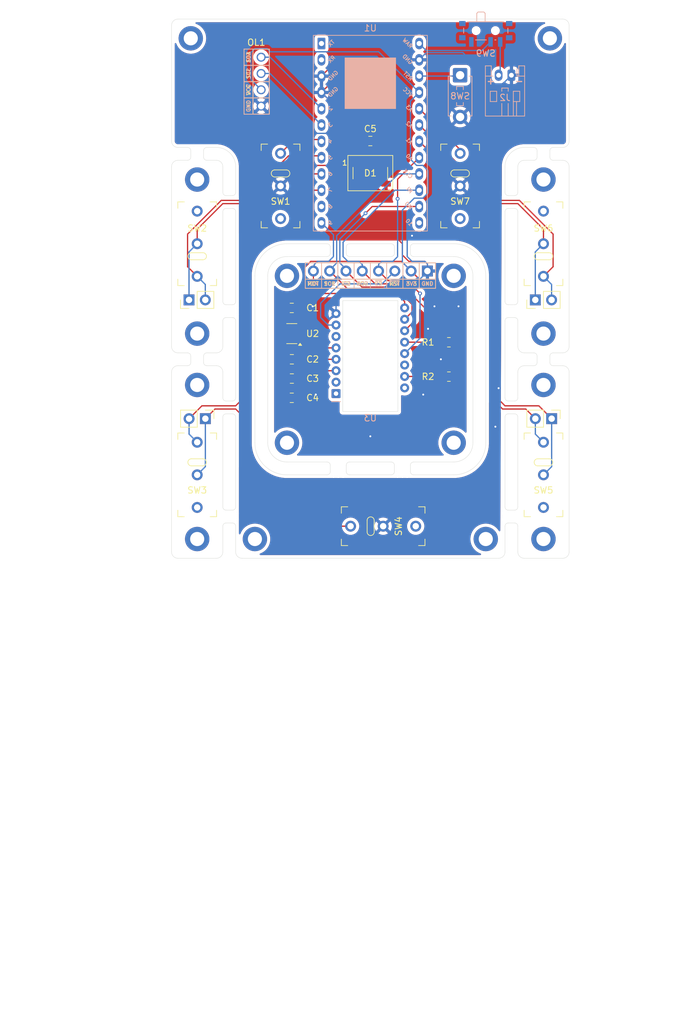
<source format=kicad_pcb>
(kicad_pcb (version 20240108) (generator "pcbnew") (generator_version "8.0")
  (title_block (title "PWM3360 Trackball Kit") (date "2024-12-09") (rev "1") (company "UserCTL.xyz"))
  (layers (0 "F.Cu" signal) (31 "B.Cu" signal) (34 "B.Paste" user) (35 "F.Paste" user) (36 "B.SilkS" user "B.Silkscreen") (37 "F.SilkS" user "F.Silkscreen") (38 "B.Mask" user) (39 "F.Mask" user) (44 "Edge.Cuts" user))
  (net 0 "")
  (net 1 "/BTN7")
  (net 3 "/SCL")
  (net 4 "/SDA")
  (net 5 "/BTN1")
  (net 7 "/BTN2")
  (net 8 "/BTN3")
  (net 9 "/BTN4")
  (net 10 "/BTN5")
  (net 11 "/BTN6")
  (net 12 "GND")
  (net 13 "+3.3V")
  (net 14 "+1V8")
  (net 15 "/NRESET")
  (net 16 "+5V")
  (net 17 "/MISO")
  (net 18 "/MOTION")
  (net 19 "/SCLK")
  (net 20 "/MOSI")
  (net 21 "/NCS")
  (net 22 "/LED")
  (net 23 "Net-(U3-VDDPIX)")
  (net 40 "Net-(J2-Pin_2)")
  (net 41 "Net-(U3-LED_P)")
  (net 42 "/RST")
  (net 43 "/RAW")
  (footprint "MountingHole:MoutingHole_0.5mm_NPTH" (layer "F.Cu") (at 43.5 92 180)
    (property "Reference" "REF**" (hide yes))
    (property "Value" "MoutingHole_0.5mm_NPTH" (hide yes))
  )
  (footprint "MountingHole:MoutingHole_0.5mm_NPTH" (layer "F.Cu") (at 66 111)
    (property "Reference" "REF**" (hide yes))
    (property "Value" "MoutingHole_0.5mm_NPTH" (hide yes))
  )
  (footprint "MountingHole:MoutingHole_0.5mm_NPTH" (layer "F.Cu") (at 97.5 92 180)
    (property "Reference" "REF**" (hide yes))
    (property "Value" "MoutingHole_0.5mm_NPTH" (hide yes))
  )
  (footprint "MountingHole:MoutingHole_0.5mm_NPTH" (layer "F.Cu") (at 94 86 90)
    (property "Reference" "REF**" (hide yes))
    (property "Value" "MoutingHole_0.5mm_NPTH" (hide yes))
  )
  (footprint "MountingHole:MoutingHole_0.5mm_NPTH" (layer "F.Cu") (at 43.5 94 180)
    (property "Reference" "REF**" (hide yes))
    (property "Value" "MoutingHole_0.5mm_NPTH" (hide yes))
  )
  (footprint "MountingHole:MoutingHole_0.5mm_NPTH" (layer "F.Cu") (at 65.25 109)
    (property "Reference" "REF**" (hide yes))
    (property "Value" "MoutingHole_0.5mm_NPTH" (hide yes))
  )
  (footprint "MountingHole:MoutingHole_0.5mm_NPTH" (layer "F.Cu") (at 94 118 90)
    (property "Reference" "REF**" (hide yes))
    (property "Value" "MoutingHole_0.5mm_NPTH" (hide yes))
  )
  (footprint "MountingHole:MountingHole_2.2mm_M2_ISO14580_Pad" (layer "F.Cu") (at 44 89)
    (property "Reference" "H6" (hide yes))
    (property "Value" "MountingHole_Pad")
  )
  (footprint "MountingHole:MountingHole_2.2mm_M2_ISO14580_Pad" (layer "F.Cu") (at 53 121)
    (property "Reference" "H3" (hide yes))
    (property "Value" "MountingHole_Pad")
  )
  (footprint "Capacitor_SMD:C_0805_2012Metric_Pad1.18x1.45mm_HandSolder" (layer "F.Cu") (at 71 59 180)
    (property "Reference" "C5")
    (property "Value" "100nF")
  )
  (footprint "LKBD_MicroSwitch:SW_D2FC_OMR" (layer "F.Cu") (at 98 111 -90)
    (property "Reference" "SW5")
    (property "Value" "SW_Push")
  )
  (footprint "MountingHole:MoutingHole_0.5mm_NPTH" (layer "F.Cu") (at 44.5 94 180)
    (property "Reference" "REF**" (hide yes))
    (property "Value" "MoutingHole_0.5mm_NPTH" (hide yes))
  )
  (footprint "LKBD_OLED:OLED_SSD1306_128x32_0.91inch_I2C_btmSilk" (layer "F.Cu") (at 71 50)
    (property "Reference" "OL1")
    (property "Value" "OLED_I2C_SSD1306")
  )
  (footprint "Connector_PinHeader_2.54mm:PinHeader_1x02_P2.54mm_Vertical" (layer "F.Cu") (at 96.725 83.75 90)
    (property "Reference" "J6" (hide yes))
    (property "Value" "PINHD_1x2_Male")
  )
  (footprint "MountingHole:MountingHole_2.2mm_M2_ISO14580_Pad" (layer "F.Cu") (at 98 97)
    (property "Reference" "H8" (hide yes))
    (property "Value" "MountingHole_Pad")
  )
  (footprint "MountingHole:MoutingHole_0.5mm_NPTH" (layer "F.Cu") (at 76 111)
    (property "Reference" "REF**" (hide yes))
    (property "Value" "MoutingHole_0.5mm_NPTH" (hide yes))
  )
  (footprint "MountingHole:MoutingHole_0.5mm_NPTH" (layer "F.Cu") (at 76 109)
    (property "Reference" "REF**" (hide yes))
    (property "Value" "MoutingHole_0.5mm_NPTH" (hide yes))
  )
  (footprint "MountingHole:MoutingHole_0.5mm_NPTH" (layer "F.Cu") (at 44.5 92 180)
    (property "Reference" "REF**" (hide yes))
    (property "Value" "MoutingHole_0.5mm_NPTH" (hide yes))
  )
  (footprint "LKBD_MicroSwitch:SW_D2FC_OMR" (layer "F.Cu") (at 73 119)
    (property "Reference" "SW4")
    (property "Value" "SW_Push")
  )
  (footprint "MountingHole:MountingHole_2.2mm_M2_ISO14580_Pad" (layer "F.Cu") (at 44 121)
    (property "Reference" "H14" (hide yes))
    (property "Value" "MountingHole_Pad")
  )
  (footprint "LKBD_MicroSwitch:SW_D2FC_OMR" (layer "F.Cu") (at 98 75 90)
    (property "Reference" "SW6")
    (property "Value" "SW_Push")
  )
  (footprint "MountingHole:MoutingHole_0.5mm_NPTH" (layer "F.Cu") (at 76.75 111)
    (property "Reference" "REF**" (hide yes))
    (property "Value" "MoutingHole_0.5mm_NPTH" (hide yes))
  )
  (footprint "MountingHole:MoutingHole_0.5mm_NPTH" (layer "F.Cu") (at 50 86 90)
    (property "Reference" "REF**" (hide yes))
    (property "Value" "MoutingHole_0.5mm_NPTH" (hide yes))
  )
  (footprint "MountingHole:MoutingHole_0.5mm_NPTH" (layer "F.Cu") (at 76.75 109)
    (property "Reference" "REF**" (hide yes))
    (property "Value" "MoutingHole_0.5mm_NPTH" (hide yes))
  )
  (footprint "MountingHole:MoutingHole_0.5mm_NPTH" (layer "F.Cu") (at 66 109)
    (property "Reference" "REF**" (hide yes))
    (property "Value" "MoutingHole_0.5mm_NPTH" (hide yes))
  )
  (footprint "MountingHole:MoutingHole_0.5mm_NPTH" (layer "F.Cu") (at 94 85 90)
    (property "Reference" "REF**" (hide yes))
    (property "Value" "MoutingHole_0.5mm_NPTH" (hide yes))
  )
  (footprint "MountingHole:MoutingHole_0.5mm_NPTH" (layer "F.Cu") (at 75.25 111)
    (property "Reference" "REF**" (hide yes))
    (property "Value" "MoutingHole_0.5mm_NPTH" (hide yes))
  )
  (footprint "MountingHole:MoutingHole_0.5mm_NPTH" (layer "F.Cu") (at 98.5 94 180)
    (property "Reference" "REF**" (hide yes))
    (property "Value" "MoutingHole_0.5mm_NPTH" (hide yes))
  )
  (footprint "MountingHole:MountingHole_2.2mm_M2_ISO14580_Pad" (layer "F.Cu") (at 43 43)
    (property "Reference" "H1" (hide yes))
    (property "Value" "MountingHole_Pad")
  )
  (footprint "MountingHole:MoutingHole_0.5mm_NPTH" (layer "F.Cu") (at 43.5 60 180)
    (property "Reference" "REF**" (hide yes))
    (property "Value" "MoutingHole_0.5mm_NPTH" (hide yes))
  )
  (footprint "MountingHole:MoutingHole_0.5mm_NPTH" (layer "F.Cu") (at 98.5 60 180)
    (property "Reference" "REF**" (hide yes))
    (property "Value" "MoutingHole_0.5mm_NPTH" (hide yes))
  )
  (footprint "Capacitor_SMD:C_0805_2012Metric_Pad1.18x1.45mm_HandSolder" (layer "F.Cu") (at 58.75 85)
    (property "Reference" "C1")
    (property "Value" "1uF")
  )
  (footprint "MountingHole:MoutingHole_0.5mm_NPTH" (layer "F.Cu") (at 48 118 90)
    (property "Reference" "REF**" (hide yes))
    (property "Value" "MoutingHole_0.5mm_NPTH" (hide yes))
  )
  (footprint "MountingHole:MountingHole_2.2mm_M2_ISO14580_Pad" (layer "F.Cu") (at 98 121)
    (property "Reference" "H15" (hide yes))
    (property "Value" "MountingHole_Pad")
  )
  (footprint "MountingHole:MoutingHole_0.5mm_NPTH" (layer "F.Cu") (at 44.5 62 180)
    (property "Reference" "REF**" (hide yes))
    (property "Value" "MoutingHole_0.5mm_NPTH" (hide yes))
  )
  (footprint "LKBD_MicroSwitch:SW_D2FC_OMR" (layer "F.Cu") (at 44 111 -90)
    (property "Reference" "SW3")
    (property "Value" "SW_Push")
  )
  (footprint "MountingHole:MountingHole_2.2mm_M2_ISO14580_Pad" (layer "F.Cu") (at 58 106)
    (property "Reference" "H11" (hide yes))
    (property "Value" "MountingHole_Pad")
  )
  (footprint "MountingHole:MoutingHole_0.5mm_NPTH" (layer "F.Cu") (at 43.5 62 180)
    (property "Reference" "REF**" (hide yes))
    (property "Value" "MoutingHole_0.5mm_NPTH" (hide yes))
  )
  (footprint "MountingHole:MountingHole_2.2mm_M2_ISO14580_Pad" (layer "F.Cu") (at 44 65)
    (property "Reference" "H13" (hide yes))
    (property "Value" "MountingHole_Pad")
  )
  (footprint "Capacitor_SMD:C_0805_2012Metric_Pad1.18x1.45mm_HandSolder" (layer "F.Cu") (at 58.7625 96)
    (property "Reference" "C3")
    (property "Value" "4.7uF")
  )
  (footprint "Capacitor_SMD:C_0805_2012Metric_Pad1.18x1.45mm_HandSolder" (layer "F.Cu") (at 58.75 99)
    (property "Reference" "C4")
    (property "Value" "100nF")
  )
  (footprint "MountingHole:MountingHole_2.2mm_M2_ISO14580_Pad" (layer "F.Cu") (at 89 121)
    (property "Reference" "H4" (hide yes))
    (property "Value" "MountingHole_Pad")
  )
  (footprint "MountingHole:MoutingHole_0.5mm_NPTH" (layer "F.Cu") (at 92 86 90)
    (property "Reference" "REF**" (hide yes))
    (property "Value" "MoutingHole_0.5mm_NPTH" (hide yes))
  )
  (footprint "LKBD_MicroSwitch:SW_D2FC_OMR" (layer "F.Cu") (at 44 75 90)
    (property "Reference" "SW2")
    (property "Value" "SW_Push")
  )
  (footprint "MountingHole:MoutingHole_0.5mm_NPTH" (layer "F.Cu") (at 97.5 94 180)
    (property "Reference" "REF**" (hide yes))
    (property "Value" "MoutingHole_0.5mm_NPTH" (hide yes))
  )
  (footprint "MountingHole:MountingHole_2.2mm_M2_ISO14580_Pad" (layer "F.Cu") (at 84 106)
    (property "Reference" "H12" (hide yes))
    (property "Value" "MountingHole_Pad")
  )
  (footprint "LED_SMD:LED_WS2812B_PLCC4_5.0x5.0mm_P3.2mm" (layer "F.Cu") (at 71 64)
    (property "Reference" "D1")
    (property "Value" "WS2812B")
  )
  (footprint "MountingHole:MoutingHole_0.5mm_NPTH" (layer "F.Cu") (at 92 85 90)
    (property "Reference" "REF**" (hide yes))
    (property "Value" "MoutingHole_0.5mm_NPTH" (hide yes))
  )
  (footprint "MountingHole:MoutingHole_0.5mm_NPTH" (layer "F.Cu") (at 97.5 62 180)
    (property "Reference" "REF**" (hide yes))
    (property "Value" "MoutingHole_0.5mm_NPTH" (hide yes))
  )
  (footprint "Resistor_SMD:R_0805_2012Metric_Pad1.20x1.40mm_HandSolder" (layer "F.Cu") (at 83.25 95.7 180)
    (property "Reference" "R2")
    (property "Value" "39R")
  )
  (footprint "Package_TO_SOT_SMD:SOT-23-5" (layer "F.Cu") (at 58.75 89 180)
    (property "Reference" "U2")
    (property "Value" "TPS76318")
  )
  (footprint "MountingHole:MoutingHole_0.5mm_NPTH" (layer "F.Cu") (at 98.5 92 180)
    (property "Reference" "REF**" (hide yes))
    (property "Value" "MoutingHole_0.5mm_NPTH" (hide yes))
  )
  (footprint "MountingHole:MountingHole_2.2mm_M2_ISO14580_Pad" (layer "F.Cu") (at 58 80)
    (property "Reference" "H9" (hide yes))
    (property "Value" "MountingHole_Pad")
  )
  (footprint "Connector_PinHeader_2.54mm:PinHeader_1x02_P2.54mm_Vertical" (layer "F.Cu") (at 45.275 102.25 -90)
    (property "Reference" "J4" (hide yes))
    (property "Value" "PINHD_1x2_Male")
  )
  (footprint "Connector_PinHeader_2.54mm:PinHeader_1x02_P2.54mm_Vertical" (layer "F.Cu") (at 99.275 102.25 -90)
    (property "Reference" "J5" (hide yes))
    (property "Value" "PINHD_1x2_Male")
  )
  (footprint "MountingHole:MountingHole_2.2mm_M2_ISO14580_Pad" (layer "F.Cu") (at 99 43)
    (property "Reference" "H2" (hide yes))
    (property "Value" "MountingHole_Pad")
  )
  (footprint "MountingHole:MoutingHole_0.5mm_NPTH" (layer "F.Cu") (at 94 117 90)
    (property "Reference" "REF**" (hide yes))
    (property "Value" "MoutingHole_0.5mm_NPTH" (hide yes))
  )
  (footprint "MountingHole:MountingHole_2.2mm_M2_ISO14580_Pad" (layer "F.Cu") (at 84 80)
    (property "Reference" "H10" (hide yes))
    (property "Value" "MountingHole_Pad")
  )
  (footprint "Connector_PinHeader_2.54mm:PinHeader_1x02_P2.54mm_Vertical" (layer "F.Cu") (at 42.725 83.75 90)
    (property "Reference" "J3" (hide yes))
    (property "Value" "PINHD_1x2_Male")
  )
  (footprint "LKBD_MicroSwitch:SW_D2FC_OMR" (layer "F.Cu") (at 85 66 -90)
    (property "Reference" "SW7")
    (property "Value" "SW_Push")
  )
  (footprint "MountingHole:MoutingHole_0.5mm_NPTH" (layer "F.Cu") (at 50 118 90)
    (property "Reference" "REF**" (hide yes))
    (property "Value" "MoutingHole_0.5mm_NPTH" (hide yes))
  )
  (footprint "LKBD_MicroSwitch:SW_D2FC_OMR" (layer "F.Cu") (at 57 66 -90)
    (property "Reference" "SW1")
    (property "Value" "SW_Push")
  )
  (footprint "MountingHole:MoutingHole_0.5mm_NPTH" (layer "F.Cu") (at 65.25 111)
    (property "Reference" "REF**" (hide yes))
    (property "Value" "MoutingHole_0.5mm_NPTH" (hide yes))
  )
  (footprint "MountingHole:MoutingHole_0.5mm_NPTH" (layer "F.Cu") (at 48 85 90)
    (property "Reference" "REF**" (hide yes))
    (property "Value" "MoutingHole_0.5mm_NPTH" (hide yes))
  )
  (footprint "MountingHole:MoutingHole_0.5mm_NPTH" (layer "F.Cu") (at 92 118 90)
    (property "Reference" "REF**" (hide yes))
    (property "Value" "MoutingHole_0.5mm_NPTH" (hide yes))
  )
  (footprint "MountingHole:MoutingHole_0.5mm_NPTH" (layer "F.Cu") (at 66.75 111)
    (property "Reference" "REF**" (hide yes))
    (property "Value" "MoutingHole_0.5mm_NPTH" (hide yes))
  )
  (footprint "MountingHole:MountingHole_2.2mm_M2_ISO14580_Pad" (layer "F.Cu") (at 98 89)
    (property "Reference" "H5" (hide yes))
    (property "Value" "MountingHole_Pad")
  )
  (footprint "MountingHole:MountingHole_2.2mm_M2_ISO14580_Pad" (layer "F.Cu") (at 44 97)
    (property "Reference" "H7" (hide yes))
    (property "Value" "MountingHole_Pad")
  )
  (footprint "MountingHole:MoutingHole_0.5mm_NPTH" (layer "F.Cu") (at 44.5 60 180)
    (property "Reference" "REF**" (hide yes))
    (property "Value" "MoutingHole_0.5mm_NPTH" (hide yes))
  )
  (footprint "MountingHole:MoutingHole_0.5mm_NPTH" (layer "F.Cu") (at 97.5 60 180)
    (property "Reference" "REF**" (hide yes))
    (property "Value" "MoutingHole_0.5mm_NPTH" (hide yes))
  )
  (footprint "MountingHole:MoutingHole_0.5mm_NPTH" (layer "F.Cu") (at 92 117 90)
    (property "Reference" "REF**" (hide yes))
    (property "Value" "MoutingHole_0.5mm_NPTH" (hide yes))
  )
  (footprint "MountingHole:MoutingHole_0.5mm_NPTH" (layer "F.Cu") (at 50 117 90)
    (property "Reference" "REF**" (hide yes))
    (property "Value" "MoutingHole_0.5mm_NPTH" (hide yes))
  )
  (footprint "MountingHole:MoutingHole_0.5mm_NPTH" (layer "F.Cu") (at 48 117 90)
    (property "Reference" "REF**" (hide yes))
    (property "Value" "MoutingHole_0.5mm_NPTH" (hide yes))
  )
  (footprint "MountingHole:MoutingHole_0.5mm_NPTH" (layer "F.Cu") (at 48 86 90)
    (property "Reference" "REF**" (hide yes))
    (property "Value" "MoutingHole_0.5mm_NPTH" (hide yes))
  )
  (footprint "Capacitor_SMD:C_0805_2012Metric_Pad1.18x1.45mm_HandSolder" (layer "F.Cu") (at 58.7625 93)
    (property "Reference" "C2")
    (property "Value" "4.7uF")
  )
  (footprint "MountingHole:MoutingHole_0.5mm_NPTH" (layer "F.Cu") (at 66.75 109)
    (property "Reference" "REF**" (hide yes))
    (property "Value" "MoutingHole_0.5mm_NPTH" (hide yes))
  )
  (footprint "Resistor_SMD:R_0805_2012Metric_Pad1.20x1.40mm_HandSolder" (layer "F.Cu") (at 83.25 90.35)
    (property "Reference" "R1")
    (property "Value" "10K")
  )
  (footprint "MountingHole:MoutingHole_0.5mm_NPTH" (layer "F.Cu") (at 98.5 62 180)
    (property "Reference" "REF**" (hide yes))
    (property "Value" "MoutingHole_0.5mm_NPTH" (hide yes))
  )
  (footprint "MountingHole:MoutingHole_0.5mm_NPTH" (layer "F.Cu") (at 75.25 109)
    (property "Reference" "REF**" (hide yes))
    (property "Value" "MoutingHole_0.5mm_NPTH" (hide yes))
  )
  (footprint "MountingHole:MountingHole_2.2mm_M2_ISO14580_Pad" (layer "F.Cu") (at 98 65)
    (property "Reference" "H16" (hide yes))
    (property "Value" "MountingHole_Pad")
  )
  (footprint "MountingHole:MoutingHole_0.5mm_NPTH" (layer "F.Cu") (at 50 85 90)
    (property "Reference" "REF**" (hide yes))
    (property "Value" "MoutingHole_0.5mm_NPTH" (hide yes))
  )
  (footprint "Connector_JST:JST_PH_S2B-PH-K_1x02_P2.00mm_Horizontal" (layer "B.Cu") (at 93 48.75 180)
    (property "Reference" "J2")
    (property "Value" "Conn_01x02")
  )
  (footprint "LKBD_MCU:MCU_KB2040_DIP-24_Socket_Reverse" (layer "B.Cu") (at 71 43.81 180)
    (property "Reference" "U1")
    (property "Value" "ProMicro_RP2040")
  )
  (footprint "Button_Switch_SMD:SW_SPDT_PCM12" (layer "B.Cu") (at 89 42.13)
    (property "Reference" "SW9")
    (property "Value" "SW_SPST")
  )
  (footprint "LKBD_Common:SW_Push_1P1T_6x3.5mm" (layer "B.Cu") (at 85 52 -90)
    (property "Reference" "SW8")
    (property "Value" "SW_Push")
  )
  (footprint "LKBD_OpticalSensor:PMW3360DM-T2QU" (layer "B.Cu") (at 65.65 98.345)
    (property "Reference" "U3")
    (property "Value" "PMW3360DM-T2QU")
    (fp_line (start 1.05 2.78) (end 1.05 -14.48) (stroke (width 0.05)) (layer "Edge.Cuts"))
    (fp_line (start 9.65 -14.48) (end 1.05 -14.48) (stroke (width 0.05)) (layer "Edge.Cuts"))
    (fp_line (start 9.65 -14.48) (end 9.65 2.78) (stroke (width 0.05)) (layer "Edge.Cuts"))
    (fp_line (start 9.65 2.78) (end 1.05 2.78) (stroke (width 0.05)) (layer "Edge.Cuts"))
  )
  (footprint "Connector_PinHeader_2.54mm:PinHeader_1x08_P2.54mm_Vertical" (layer "B.Cu") (at 79.9 79.25 90)
    (property "Reference" "J1" (hide yes))
    (property "Value" "PINHD_1x8_Male")
  )
  (gr_line (start 60.8504 80.52) (end 81.1704 80.52) (stroke (width 0.12)) (layer "B.SilkS"))
  (gr_line (start 63.3904 77.98) (end 63.3904 81.9424) (stroke (width 0.12)) (layer "B.SilkS"))
  (gr_line (start 68.4704 81.9408) (end 68.4704 77.98) (stroke (width 0.12)) (layer "B.SilkS"))
  (gr_rect (start 67 46) (end 75 54) (fill solid) (layer "B.SilkS"))
  (gr_rect (start 60.8504 77.98) (end 81.1704 81.9408) (stroke (width 0.12)) (fill none) (layer "B.SilkS"))
  (gr_line (start 76.0904 81.9408) (end 76.0904 77.98) (stroke (width 0.12)) (layer "B.SilkS"))
  (gr_line (start 73.5504 81.9408) (end 73.5504 77.98) (stroke (width 0.12)) (layer "B.SilkS"))
  (gr_line (start 78.6304 81.9408) (end 78.6304 77.98) (stroke (width 0.12)) (layer "B.SilkS"))
  (gr_line (start 71.0104 81.9408) (end 71.0104 77.98) (stroke (width 0.12)) (layer "B.SilkS"))
  (gr_line (start 65.9304 77.98) (end 65.9304 81.9424) (stroke (width 0.12)) (layer "B.SilkS"))
  (gr_rect (start 60.8504 77.98) (end 81.1704 81.9408) (stroke (width 0.12)) (fill none) (layer "F.SilkS"))
  (gr_line (start 76.0904 81.9408) (end 76.0904 77.98) (stroke (width 0.12)) (layer "F.SilkS"))
  (gr_line (start 60.8504 80.52) (end 81.1704 80.52) (stroke (width 0.12)) (layer "F.SilkS"))
  (gr_line (start 63.3904 77.98) (end 63.3904 81.9424) (stroke (width 0.12)) (layer "F.SilkS"))
  (gr_line (start 68.4704 81.9408) (end 68.4704 77.98) (stroke (width 0.12)) (layer "F.SilkS"))
  (gr_line (start 65.9304 77.98) (end 65.9304 81.9424) (stroke (width 0.12)) (layer "F.SilkS"))
  (gr_line (start 73.5504 81.9408) (end 73.5504 77.98) (stroke (width 0.12)) (layer "F.SilkS"))
  (gr_line (start 78.6304 81.9408) (end 78.6304 77.98) (stroke (width 0.12)) (layer "F.SilkS"))
  (gr_line (start 71.0104 81.9408) (end 71.0104 77.98) (stroke (width 0.12)) (layer "F.SilkS"))
  (gr_arc (start 47 62) (mid 47.707107 62.292893) (end 48 63) (stroke (width 0.05)) (layer "Edge.Cuts"))
  (gr_arc (start 84 77) (mid 86.12132 77.87868) (end 87 80) (stroke (width 0.05)) (layer "Edge.Cuts"))
  (gr_arc (start 50 116) (mid 49.853553 116.353553) (end 49.5 116.5) (stroke (width 0.05)) (layer "Edge.Cuts"))
  (gr_line (start 77.75 75) (end 84 75) (stroke (width 0.05)) (layer "Edge.Cuts"))
  (gr_arc (start 101.000001 62.000001) (mid 101.707107 62.292895) (end 102.000001 63.000001) (stroke (width 0.05)) (layer "Edge.Cuts"))
  (gr_line (start 50.000001 69.999999) (end 50 84) (stroke (width 0.05)) (layer "Edge.Cuts"))
  (gr_arc (start 96.500001 60.000001) (mid 96.853553 60.146448) (end 97.000001 60.500001) (stroke (width 0.05)) (layer "Edge.Cuts"))
  (gr_line (start 53 106) (end 53 80) (stroke (width 0.05)) (layer "Edge.Cuts"))
  (gr_line (start 74.75 75.5) (end 74.75 76.5) (stroke (width 0.05)) (layer "Edge.Cuts"))
  (gr_arc (start 89 106) (mid 87.535534 109.535534) (end 84 111) (stroke (width 0.05)) (layer "Edge.Cuts"))
  (gr_arc (start 96.500002 92) (mid 96.853554 92.146447) (end 97.000002 92.5) (stroke (width 0.05)) (layer "Edge.Cuts"))
  (gr_line (start 67.25 76.5) (end 67.25 75.5) (stroke (width 0.05)) (layer "Edge.Cuts"))
  (gr_arc (start 77.25 75.5) (mid 77.396447 75.146447) (end 77.75 75) (stroke (width 0.05)) (layer "Edge.Cuts"))
  (gr_arc (start 50 99) (mid 49.853553 99.353553) (end 49.5 99.5) (stroke (width 0.05)) (layer "Edge.Cuts"))
  (gr_line (start 93.500002 116.500002) (end 92.500001 116.500001) (stroke (width 0.05)) (layer "Edge.Cuts"))
  (gr_line (start 97.000001 60.500001) (end 97 61.500002) (stroke (width 0.05)) (layer "Edge.Cuts"))
  (gr_arc (start 92 70) (mid 92.146447 69.646447) (end 92.5 69.5) (stroke (width 0.05)) (layer "Edge.Cuts"))
  (gr_arc (start 87 106) (mid 86.12132 108.12132) (end 84 109) (stroke (width 0.05)) (layer "Edge.Cuts"))
  (gr_line (start 89 80) (end 89 106) (stroke (width 0.05)) (layer "Edge.Cuts"))
  (gr_arc (start 49.500001 101.499999) (mid 49.853554 101.646446) (end 50.000001 101.999999) (stroke (width 0.05)) (layer "Edge.Cuts"))
  (gr_arc (start 43 93.5) (mid 42.853553 93.853553) (end 42.5 94) (stroke (width 0.05)) (layer "Edge.Cuts"))
  (gr_line (start 47 124) (end 41 124) (stroke (width 0.05)) (layer "Edge.Cuts"))
  (gr_line (start 64.75 110.5) (end 64.75 109.5) (stroke (width 0.05)) (layer "Edge.Cuts"))
  (gr_line (start 99.000001 93.500001) (end 99.000002 92.5) (stroke (width 0.05)) (layer "Edge.Cuts"))
  (gr_arc (start 50 84) (mid 49.853553 84.353553) (end 49.5 84.5) (stroke (width 0.05)) (layer "Edge.Cuts"))
  (gr_arc (start 74.25 109) (mid 74.603553 109.146447) (end 74.75 109.5) (stroke (width 0.05)) (layer "Edge.Cuts"))
  (gr_arc (start 77.25 109.5) (mid 77.396447 109.146447) (end 77.75 109) (stroke (width 0.05)) (layer "Edge.Cuts"))
  (gr_line (start 49.500001 69.499999) (end 48.5 69.5) (stroke (width 0.05)) (layer "Edge.Cuts"))
  (gr_arc (start 95.000001 124.000001) (mid 94.292893 123.707108) (end 94.000001 123.000001) (stroke (width 0.05)) (layer "Edge.Cuts"))
  (gr_arc (start 40 95) (mid 40.292893 94.292893) (end 41 94) (stroke (width 0.05)) (layer "Edge.Cuts"))
  (gr_line (start 43 93.5) (end 42.999999 92.499999) (stroke (width 0.05)) (layer "Edge.Cuts"))
  (gr_arc (start 84 75) (mid 87.535534 76.464466) (end 89 80) (stroke (width 0.05)) (layer "Edge.Cuts"))
  (gr_line (start 50 63) (end 50 67) (stroke (width 0.05)) (layer "Edge.Cuts"))
  (gr_arc (start 67.75 77.000001) (mid 67.396446 76.853554) (end 67.25 76.5) (stroke (width 0.05)) (layer "Edge.Cuts"))
  (gr_line (start 44.999999 92.499999) (end 45 93.5) (stroke (width 0.05)) (layer "Edge.Cuts"))
  (gr_arc (start 42.5 60) (mid 42.853553 60.146447) (end 43 60.5) (stroke (width 0.05)) (layer "Edge.Cuts"))
  (gr_line (start 94.000001 119.000001) (end 94.000001 123.000001) (stroke (width 0.05)) (layer "Edge.Cuts"))
  (gr_line (start 50 99) (end 50.000001 86.999999) (stroke (width 0.05)) (layer "Edge.Cuts"))
  (gr_arc (start 48 119) (mid 48.146447 118.646447) (end 48.5 118.5) (stroke (width 0.05)) (layer "Edge.Cuts"))
  (gr_arc (start 102.000001 59.000001) (mid 101.707107 59.707107) (end 101.000001 60.000001) (stroke (width 0.05)) (layer "Edge.Cuts"))
  (gr_arc (start 49.500001 86.499999) (mid 49.853554 86.646446) (end 50.000001 86.999999) (stroke (width 0.05)) (layer "Edge.Cuts"))
  (gr_line (start 102.000001 59.000001) (end 102 41) (stroke (width 0.05)) (layer "Edge.Cuts"))
  (gr_arc (start 41 60) (mid 40.292893 59.707107) (end 40 59) (stroke (width 0.05)) (layer "Edge.Cuts"))
  (gr_line (start 95.000001 94.000001) (end 96.500001 94.000001) (stroke (width 0.05)) (layer "Edge.Cuts"))
  (gr_arc (start 92 123) (mid 91.707107 123.707107) (end 91 124) (stroke (width 0.05)) (layer "Edge.Cuts"))
  (gr_line (start 99.500001 60.000001) (end 101.000001 60.000001) (stroke (width 0.05)) (layer "Edge.Cuts"))
  (gr_line (start 99 61.500002) (end 99.000001 60.500001) (stroke (width 0.05)) (layer "Edge.Cuts"))
  (gr_line (start 48.499999 99.500001) (end 49.5 99.5) (stroke (width 0.05)) (layer "Edge.Cuts"))
  (gr_arc (start 94.000002 84.000002) (mid 93.853555 84.353555) (end 93.500002 84.500002) (stroke (width 0.05)) (layer "Edge.Cuts"))
  (gr_line (start 94.000001 91.000001) (end 94.000001 87.000001) (stroke (width 0.05)) (layer "Edge.Cuts"))
  (gr_line (start 92.5 69.5) (end 93.500001 69.500001) (stroke (width 0.05)) (layer "Edge.Cuts"))
  (gr_arc (start 101.000001 94.000001) (mid 101.707107 94.292895) (end 102.000001 95.000001) (stroke (width 0.05)) (layer "Edge.Cuts"))
  (gr_line (start 77.75 109) (end 84 109) (stroke (width 0.05)) (layer "Edge.Cuts"))
  (gr_arc (start 41 92) (mid 40.292893 91.707107) (end 40 91) (stroke (width 0.05)) (layer "Edge.Cuts"))
  (gr_arc (start 99.000001 60.500001) (mid 99.146447 60.146447) (end 99.500001 60.000001) (stroke (width 0.05)) (layer "Edge.Cuts"))
  (gr_line (start 101.000001 62.000001) (end 99.500001 62.000001) (stroke (width 0.05)) (layer "Edge.Cuts"))
  (gr_line (start 94.000001 95.000001) (end 94.000002 99.000002) (stroke (width 0.05)) (layer "Edge.Cuts"))
  (gr_line (start 74.75 109.5) (end 74.75 110.5) (stroke (width 0.05)) (layer "Edge.Cuts"))
  (gr_arc (start 48 70) (mid 48.146447 69.646447) (end 48.5 69.5) (stroke (width 0.05)) (layer "Edge.Cuts"))
  (gr_line (start 95.000001 92.000001) (end 96.500002 92) (stroke (width 0.05)) (layer "Edge.Cuts"))
  (gr_line (start 64.75 76.5) (end 64.75 75.5) (stroke (width 0.05)) (layer "Edge.Cuts"))
  (gr_arc (start 92.500001 116.500001) (mid 92.146447 116.353555) (end 92.000001 116.000001) (stroke (width 0.05)) (layer "Edge.Cuts"))
  (gr_arc (start 49.500001 69.499999) (mid 49.853554 69.646446) (end 50.000001 69.999999) (stroke (width 0.05)) (layer "Edge.Cuts"))
  (gr_arc (start 48 87) (mid 48.146447 86.646447) (end 48.5 86.5) (stroke (width 0.05)) (layer "Edge.Cuts"))
  (gr_arc (start 92.500001 67.500001) (mid 92.146447 67.353555) (end 92.000001 67.000001) (stroke (width 0.05)) (layer "Edge.Cuts"))
  (gr_line (start 92.5 86.5) (end 93.500001 86.500001) (stroke (width 0.05)) (layer "Edge.Cuts"))
  (gr_line (start 101 40) (end 41 40) (stroke (width 0.05)) (layer "Edge.Cuts"))
  (gr_arc (start 45 60.5) (mid 45.146447 60.146447) (end 45.5 60) (stroke (width 0.05)) (layer "Edge.Cuts"))
  (gr_line (start 94.000002 116.000002) (end 94.000001 102.000001) (stroke (width 0.05)) (layer "Edge.Cuts"))
  (gr_line (start 92 123) (end 92 119) (stroke (width 0.05)) (layer "Edge.Cuts"))
  (gr_arc (start 102.000001 91.000001) (mid 101.707107 91.707107) (end 101.000001 92.000001) (stroke (width 0.05)) (layer "Edge.Cuts"))
  (gr_arc (start 48 102) (mid 48.146447 101.646447) (end 48.5 101.5) (stroke (width 0.05)) (layer "Edge.Cuts"))
  (gr_arc (start 99.000002 92.5) (mid 99.146449 92.146447) (end 99.500002 92) (stroke (width 0.05)) (layer "Edge.Cuts"))
  (gr_arc (start 64.75 76.5) (mid 64.603553 76.853553) (end 64.25 77) (stroke (width 0.05)) (layer "Edge.Cuts"))
  (gr_line (start 94.000002 84.000002) (end 94.000001 70.000001) (stroke (width 0.05)) (layer "Edge.Cuts"))
  (gr_arc (start 99.500001 94.000001) (mid 99.146447 93.853555) (end 99.000001 93.500001) (stroke (width 0.05)) (layer "Edge.Cuts"))
  (gr_arc (start 94.000002 67.000002) (mid 93.853555 67.353555) (end 93.500002 67.500002) (stroke (width 0.05)) (layer "Edge.Cuts"))
  (gr_line (start 92.5 118.5) (end 93.500001 118.500001) (stroke (width 0.05)) (layer "Edge.Cuts"))
  (gr_line (start 40 123) (end 40 95) (stroke (width 0.05)) (layer "Edge.Cuts"))
  (gr_line (start 94.000001 63.000001) (end 94.000002 67.000002) (stroke (width 0.05)) (layer "Edge.Cuts"))
  (gr_arc (start 95.000001 92.000001) (mid 94.292893 91.707108) (end 94.000001 91.000001) (stroke (width 0.05)) (layer "Edge.Cuts"))
  (gr_line (start 58 109) (end 64.25 109) (stroke (width 0.05)) (layer "Edge.Cuts"))
  (gr_arc (start 58 111) (mid 54.464466 109.535534) (end 53 106) (stroke (width 0.05)) (layer "Edge.Cuts"))
  (gr_line (start 49.500001 101.499999) (end 48.5 101.5) (stroke (width 0.05)) (layer "Edge.Cuts"))
  (gr_arc (start 77.75 111) (mid 77.396447 110.853553) (end 77.25 110.5) (stroke (width 0.05)) (layer "Edge.Cuts"))
  (gr_line (start 41 94) (end 42.5 94) (stroke (width 0.05)) (layer "Edge.Cuts"))
  (gr_arc (start 48.499999 84.500001) (mid 48.146446 84.353554) (end 47.999999 84.000001) (stroke (width 0.05)) (layer "Edge.Cuts"))
  (gr_arc (start 102.000001 123.000001) (mid 101.707107 123.707107) (end 101.000001 124.000001) (stroke (width 0.05)) (layer "Edge.Cuts"))
  (gr_line (start 92.000001 99.000001) (end 92 87) (stroke (width 0.05)) (layer "Edge.Cuts"))
  (gr_arc (start 94.000002 116.000002) (mid 93.853555 116.353555) (end 93.500002 116.500002) (stroke (width 0.05)) (layer "Edge.Cuts"))
  (gr_arc (start 64.75 110.5) (mid 64.603553 110.853553) (end 64.25 111) (stroke (width 0.05)) (layer "Edge.Cuts"))
  (gr_arc (start 51.000001 123.999999) (mid 50.292894 123.707106) (end 50.000001 122.999999) (stroke (width 0.05)) (layer "Edge.Cuts"))
  (gr_line (start 101.000001 92.000001) (end 99.500002 92) (stroke (width 0.05)) (layer "Edge.Cuts"))
  (gr_arc (start 67.75 111.000001) (mid 67.396446 110.853554) (end 67.25 110.5) (stroke (width 0.05)) (layer "Edge.Cuts"))
  (gr_line (start 93.500002 84.500002) (end 92.500001 84.500001) (stroke (width 0.05)) (layer "Edge.Cuts"))
  (gr_line (start 92.5 101.5) (end 93.500001 101.500001) (stroke (width 0.05)) (layer "Edge.Cuts"))
  (gr_arc (start 91.999999 62.999999) (mid 92.878679 60.878679) (end 94.999999 59.999999) (stroke (width 0.05)) (layer "Edge.Cuts"))
  (gr_line (start 48.499999 67.500001) (end 49.5 67.5) (stroke (width 0.05)) (layer "Edge.Cuts"))
  (gr_arc (start 58 109) (mid 55.87868 108.12132) (end 55 106) (stroke (width 0.05)) (layer "Edge.Cuts"))
  (gr_arc (start 40 63) (mid 40.292893 62.292893) (end 41 62) (stroke (width 0.05)) (layer "Edge.Cuts"))
  (gr_arc (start 48 123) (mid 47.707107 123.707107) (end 47 124) (stroke (width 0.05)) (layer "Edge.Cuts"))
  (gr_arc (start 55 80) (mid 55.87868 77.87868) (end 58 77) (stroke (width 0.05)) (layer "Edge.Cuts"))
  (gr_arc (start 43.000001 61.500001) (mid 42.853554 61.853554) (end 42.500001 62.000001) (stroke (width 0.05)) (layer "Edge.Cuts"))
  (gr_line (start 67.75 109) (end 74.25 109) (stroke (width 0.05)) (layer "Edge.Cuts"))
  (gr_line (start 67.75 75) (end 74.25 75) (stroke (width 0.05)) (layer "Edge.Cuts"))
  (gr_arc (start 48.499999 67.500001) (mid 48.146446 67.353554) (end 47.999999 67.000001) (stroke (width 0.05)) (layer "Edge.Cuts"))
  (gr_arc (start 42.499999 91.999999) (mid 42.853553 92.146445) (end 42.999999 92.499999) (stroke (width 0.05)) (layer "Edge.Cuts"))
  (gr_line (start 50.000001 101.999999) (end 50 116) (stroke (width 0.05)) (layer "Edge.Cuts"))
  (gr_arc (start 93.500001 86.500001) (mid 93.853553 86.646448) (end 94.000001 87.000001) (stroke (width 0.05)) (layer "Edge.Cuts"))
  (gr_arc (start 67.25 75.5) (mid 67.396447 75.146447) (end 67.75 75) (stroke (width 0.05)) (layer "Edge.Cuts"))
  (gr_arc (start 92.500001 84.500001) (mid 92.146447 84.353555) (end 92.000001 84.000001) (stroke (width 0.05)) (layer "Edge.Cuts"))
  (gr_line (start 93.500002 99.500002) (end 92.500001 99.500001) (stroke (width 0.05)) (layer "Edge.Cuts"))
  (gr_arc (start 94.000001 95.000001) (mid 94.292894 94.292894) (end 95.000001 94.000001) (stroke (width 0.05)) (layer "Edge.Cuts"))
  (gr_line (start 48 95) (end 47.999999 99.000001) (stroke (width 0.05)) (layer "Edge.Cuts"))
  (gr_arc (start 45.500001 62.000001) (mid 45.146447 61.853555) (end 45.000001 61.500001) (stroke (width 0.05)) (layer "Edge.Cuts"))
  (gr_line (start 93.500002 67.500002) (end 92.500001 67.500001) (stroke (width 0.05)) (layer "Edge.Cuts"))
  (gr_line (start 47.999999 84.000001) (end 48 70) (stroke (width 0.05)) (layer "Edge.Cuts"))
  (gr_arc (start 64.25 75) (mid 64.603553 75.146447) (end 64.75 75.5) (stroke (width 0.05)) (layer "Edge.Cuts"))
  (gr_arc (start 48.499999 116.500001) (mid 48.146446 116.353554) (end 47.999999 116.000001) (stroke (width 0.05)) (layer "Edge.Cuts"))
  (gr_line (start 77.25 110.5) (end 77.25 109.5) (stroke (width 0.05)) (layer "Edge.Cuts"))
  (gr_line (start 47 94) (end 45.5 94) (stroke (width 0.05)) (layer "Edge.Cuts"))
  (gr_arc (start 47 94) (mid 47.707107 94.292893) (end 48 95) (stroke (width 0.05)) (layer "Edge.Cuts"))
  (gr_line (start 47 62) (end 45.500001 62.000001) (stroke (width 0.05)) (layer "Edge.Cuts"))
  (gr_arc (start 92.500001 99.500001) (mid 92.146447 99.353555) (end 92.000001 99.000001) (stroke (width 0.05)) (layer "Edge.Cuts"))
  (gr_line (start 91.999999 62.999999) (end 92.000001 67.000001) (stroke (width 0.05)) (layer "Edge.Cuts"))
  (gr_line (start 101.000001 94.000001) (end 99.500001 94.000001) (stroke (width 0.05)) (layer "Edge.Cuts"))
  (gr_line (start 64.25 111) (end 58 111) (stroke (width 0.05)) (layer "Edge.Cuts"))
  (gr_line (start 95.000001 62.000001) (end 96.5 62.000002) (stroke (width 0.05)) (layer "Edge.Cuts"))
  (gr_line (start 92 70) (end 92.000001 84.000001) (stroke (width 0.05)) (layer "Edge.Cuts"))
  (gr_line (start 92 102) (end 92.000001 116.000001) (stroke (width 0.05)) (layer "Edge.Cuts"))
  (gr_arc (start 64.25 109) (mid 64.603553 109.146447) (end 64.75 109.5) (stroke (width 0.05)) (layer "Edge.Cuts"))
  (gr_line (start 87 80) (end 87 106) (stroke (width 0.05)) (layer "Edge.Cuts"))
  (gr_line (start 74.25 77) (end 67.75 77.000001) (stroke (width 0.05)) (layer "Edge.Cuts"))
  (gr_arc (start 99.5 62.000002) (mid 99.146446 61.853556) (end 99 61.500002) (stroke (width 0.05)) (layer "Edge.Cuts"))
  (gr_line (start 74.25 111) (end 67.75 111.000001) (stroke (width 0.05)) (layer "Edge.Cuts"))
  (gr_line (start 91 124) (end 51.000001 123.999999) (stroke (width 0.05)) (layer "Edge.Cuts"))
  (gr_arc (start 74.25 75) (mid 74.603553 75.146447) (end 74.75 75.5) (stroke (width 0.05)) (layer "Edge.Cuts"))
  (gr_line (start 49.500001 118.499999) (end 48.5 118.5) (stroke (width 0.05)) (layer "Edge.Cuts"))
  (gr_line (start 40 59) (end 40 41) (stroke (width 0.05)) (layer "Edge.Cuts"))
  (gr_line (start 48.499999 116.500001) (end 49.5 116.5) (stroke (width 0.05)) (layer "Edge.Cuts"))
  (gr_arc (start 50 67) (mid 49.853553 67.353553) (end 49.5 67.5) (stroke (width 0.05)) (layer "Edge.Cuts"))
  (gr_line (start 48 119) (end 48 123) (stroke (width 0.05)) (layer "Edge.Cuts"))
  (gr_arc (start 92 87) (mid 92.146447 86.646447) (end 92.5 86.5) (stroke (width 0.05)) (layer "Edge.Cuts"))
  (gr_line (start 48.499999 84.500001) (end 49.5 84.5) (stroke (width 0.05)) (layer "Edge.Cuts"))
  (gr_line (start 97.000002 92.5) (end 97.000001 93.500001) (stroke (width 0.05)) (layer "Edge.Cuts"))
  (gr_arc (start 67.25 109.5) (mid 67.396447 109.146447) (end 67.75 109) (stroke (width 0.05)) (layer "Edge.Cuts"))
  (gr_arc (start 94.000002 99.000002) (mid 93.853555 99.353555) (end 93.500002 99.500002) (stroke (width 0.05)) (layer "Edge.Cuts"))
  (gr_line (start 77.25 76.5) (end 77.25 75.5) (stroke (width 0.05)) (layer "Edge.Cuts"))
  (gr_line (start 102.000001 123.000001) (end 102.000001 95.000001) (stroke (width 0.05)) (layer "Edge.Cuts"))
  (gr_arc (start 93.500001 118.500001) (mid 93.853553 118.646448) (end 94.000001 119.000001) (stroke (width 0.05)) (layer "Edge.Cuts"))
  (gr_arc (start 40 41) (mid 40.292893 40.292893) (end 41 40) (stroke (width 0.05)) (layer "Edge.Cuts"))
  (gr_line (start 42.5 60) (end 41 60) (stroke (width 0.05)) (layer "Edge.Cuts"))
  (gr_arc (start 92 119) (mid 92.146447 118.646447) (end 92.5 118.5) (stroke (width 0.05)) (layer "Edge.Cuts"))
  (gr_arc (start 53 80) (mid 54.464466 76.464466) (end 58 75) (stroke (width 0.05)) (layer "Edge.Cuts"))
  (gr_line (start 67.25 110.5) (end 67.25 109.5) (stroke (width 0.05)) (layer "Edge.Cuts"))
  (gr_line (start 96.500001 60.000001) (end 94.999999 59.999999) (stroke (width 0.05)) (layer "Edge.Cuts"))
  (gr_arc (start 48.499999 99.500001) (mid 48.146446 99.353554) (end 47.999999 99.000001) (stroke (width 0.05)) (layer "Edge.Cuts"))
  (gr_line (start 84 77) (end 77.75 77) (stroke (width 0.05)) (layer "Edge.Cuts"))
  (gr_arc (start 92 102) (mid 92.146447 101.646447) (end 92.5 101.5) (stroke (width 0.05)) (layer "Edge.Cuts"))
  (gr_line (start 48 91) (end 48 87) (stroke (width 0.05)) (layer "Edge.Cuts"))
  (gr_line (start 45 60.5) (end 45.000001 61.500001) (stroke (width 0.05)) (layer "Edge.Cuts"))
  (gr_line (start 49.500001 86.499999) (end 48.5 86.5) (stroke (width 0.05)) (layer "Edge.Cuts"))
  (gr_line (start 102.000001 63.000001) (end 102.000001 91.000001) (stroke (width 0.05)) (layer "Edge.Cuts"))
  (gr_line (start 47.999999 116.000001) (end 48 102) (stroke (width 0.05)) (layer "Edge.Cuts"))
  (gr_line (start 41 62) (end 42.5 62) (stroke (width 0.05)) (layer "Edge.Cuts"))
  (gr_arc (start 74.75 76.5) (mid 74.603553 76.853553) (end 74.25 77) (stroke (width 0.05)) (layer "Edge.Cuts"))
  (gr_arc (start 48 91) (mid 47.707107 91.707107) (end 47 92) (stroke (width 0.05)) (layer "Edge.Cuts"))
  (gr_line (start 43.000001 61.500001) (end 43 60.5) (stroke (width 0.05)) (layer "Edge.Cuts"))
  (gr_line (start 45.5 60) (end 47 60) (stroke (width 0.05)) (layer "Edge.Cuts"))
  (gr_arc (start 74.75 110.5) (mid 74.603553 110.853553) (end 74.25 111) (stroke (width 0.05)) (layer "Edge.Cuts"))
  (gr_arc (start 47 60) (mid 49.12132 60.87868) (end 50 63) (stroke (width 0.05)) (layer "Edge.Cuts"))
  (gr_line (start 95.000001 124.000001) (end 101.000001 124.000001) (stroke (width 0.05)) (layer "Edge.Cuts"))
  (gr_line (start 84 111) (end 77.75 111) (stroke (width 0.05)) (layer "Edge.Cuts"))
  (gr_line (start 48 63) (end 47.999999 67.000001) (stroke (width 0.05)) (layer "Edge.Cuts"))
  (gr_line (start 55 80) (end 55 106) (stroke (width 0.05)) (layer "Edge.Cuts"))
  (gr_line (start 50.000001 122.999999) (end 50.000001 118.999999) (stroke (width 0.05)) (layer "Edge.Cuts"))
  (gr_arc (start 77.75 77) (mid 77.396447 76.853553) (end 77.25 76.5) (stroke (width 0.05)) (layer "Edge.Cuts"))
  (gr_line (start 58 75) (end 64.25 75) (stroke (width 0.05)) (layer "Edge.Cuts"))
  (gr_arc (start 101 40) (mid 101.707107 40.292893) (end 102 41) (stroke (width 0.05)) (layer "Edge.Cuts"))
  (gr_arc (start 97 61.500002) (mid 96.853553 61.853554) (end 96.5 62.000002) (stroke (width 0.05)) (layer "Edge.Cuts"))
  (gr_arc (start 94.000001 63.000001) (mid 94.292894 62.292894) (end 95.000001 62.000001) (stroke (width 0.05)) (layer "Edge.Cuts"))
  (gr_line (start 41 92) (end 42.499999 91.999999) (stroke (width 0.05)) (layer "Edge.Cuts"))
  (gr_arc (start 44.999999 92.499999) (mid 45.146446 92.146446) (end 45.499999 91.999999) (stroke (width 0.05)) (layer "Edge.Cuts"))
  (gr_arc (start 97.000001 93.500001) (mid 96.853554 93.853554) (end 96.500001 94.000001) (stroke (width 0.05)) (layer "Edge.Cuts"))
  (gr_arc (start 45.5 94) (mid 45.146447 93.853553) (end 45 93.5) (stroke (width 0.05)) (layer "Edge.Cuts"))
  (gr_arc (start 41 124) (mid 40.292893 123.707107) (end 40 123) (stroke (width 0.05)) (layer "Edge.Cuts"))
  (gr_arc (start 49.500001 118.499999) (mid 49.853554 118.646446) (end 50.000001 118.999999) (stroke (width 0.05)) (layer "Edge.Cuts"))
  (gr_arc (start 93.500001 101.500001) (mid 93.853553 101.646448) (end 94.000001 102.000001) (stroke (width 0.05)) (layer "Edge.Cuts"))
  (gr_arc (start 93.500001 69.500001) (mid 93.853553 69.646448) (end 94.000001 70.000001) (stroke (width 0.05)) (layer "Edge.Cuts"))
  (gr_line (start 40 63) (end 40 91) (stroke (width 0.05)) (layer "Edge.Cuts"))
  (gr_line (start 47 92) (end 45.499999 91.999999) (stroke (width 0.05)) (layer "Edge.Cuts"))
  (gr_line (start 58 77) (end 64.25 77) (stroke (width 0.05)) (layer "Edge.Cuts"))
  (gr_text "MOT" (at 62.0696 81.2312 0) (layer "B.SilkS") (effects (font (size 0.6 0.6) (thickness 0.12) (bold yes)) (justify mirror)))
  (gr_text "SDO" (at 69.7404 81.2312 0) (layer "B.SilkS") (effects (font (size 0.6 0.6) (thickness 0.12) (bold yes)) (justify mirror)))
  (gr_text "SCK" (at 64.6604 81.2312 0) (layer "B.SilkS") (effects (font (size 0.6 0.6) (thickness 0.12) (bold yes)) (justify mirror)))
  (gr_text "3V3" (at 77.4112 81.2312 0) (layer "B.SilkS") (effects (font (size 0.6 0.6) (thickness 0.12) (bold yes)) (justify mirror)))
  (gr_text "SDI" (at 67.2004 81.2312 0) (layer "B.SilkS") (effects (font (size 0.6 0.6) (thickness 0.12) (bold yes)) (justify mirror)))
  (gr_text "~{RST}" (at 74.7696 81.2312 0) (layer "B.SilkS") (effects (font (size 0.6 0.6) (thickness 0.12) (bold yes)) (justify mirror)))
  (gr_text "GND" (at 79.9004 81.2312 0) (layer "B.SilkS") (effects (font (size 0.6 0.6) (thickness 0.12) (bold yes)) (justify mirror)))
  (gr_text "~{CS}" (at 72.2804 81.2312 0) (layer "B.SilkS") (effects (font (size 0.6 0.6) (thickness 0.12) (bold yes)) (justify mirror)))
  (gr_text "SCK" (at 64.6604 81.2312 0) (layer "F.SilkS") (effects (font (size 0.6 0.6) (thickness 0.12) (bold yes))))
  (gr_text "~{RST}" (at 74.7696 81.2312 0) (layer "F.SilkS") (effects (font (size 0.6 0.6) (thickness 0.12) (bold yes))))
  (gr_text "~{CS}" (at 72.2804 81.2312 0) (layer "F.SilkS") (effects (font (size 0.6 0.6) (thickness 0.12) (bold yes))))
  (gr_text "MOT" (at 62.0696 81.2312 0) (layer "F.SilkS") (effects (font (size 0.6 0.6) (thickness 0.12) (bold yes))))
  (gr_text "GND" (at 79.9004 81.2312 0) (layer "F.SilkS") (effects (font (size 0.6 0.6) (thickness 0.12) (bold yes))))
  (gr_text "3V3" (at 77.4112 81.2312 0) (layer "F.SilkS") (effects (font (size 0.6 0.6) (thickness 0.12) (bold yes))))
  (gr_text "SDI" (at 67.2004 81.2312 0) (layer "F.SilkS") (effects (font (size 0.6 0.6) (thickness 0.12) (bold yes))))
  (gr_text "SDO" (at 69.7404 81.2312 0) (layer "F.SilkS") (effects (font (size 0.6 0.6) (thickness 0.12) (bold yes))))
  (segment (start 85 60.92) (end 85 60.34) (width 0.2) (layer "F.Cu") (net 1))
  (segment (start 85 60.34) (end 78.62 53.96) (width 0.2) (layer "F.Cu") (net 1))
  (segment (start 78.615 53.955) (end 78.615 53.685) (width 0.2) (layer "F.Cu") (net 1))
  (segment (start 78.62 53.96) (end 78.615 53.955) (width 0.2) (layer "F.Cu") (net 1))
  (segment (start 55.36 48.48) (end 63.38 56.5) (width 0.2) (layer "B.Cu") (net 3))
  (segment (start 53.97 48.48) (end 55.36 48.48) (width 0.2) (layer "B.Cu") (net 3))
  (segment (start 55.36 45.94) (end 63.38 53.96) (width 0.2) (layer "B.Cu") (net 4))
  (segment (start 53.97 45.94) (end 55.36 45.94) (width 0.2) (layer "B.Cu") (net 4))
  (segment (start 63.375 58.765) (end 59.155 58.765) (width 0.2) (layer "F.Cu") (net 5))
  (segment (start 59.155 58.765) (end 57 60.92) (width 0.2) (layer "F.Cu") (net 5))
  (segment (start 63.375 61.305) (end 58.241346 61.305) (width 0.2) (layer "F.Cu") (net 7))
  (segment (start 42.5 78.58) (end 44 80.08) (width 0.2) (layer "F.Cu") (net 7))
  (segment (start 58.241346 61.305) (end 51.296346 68.25) (width 0.2) (layer "F.Cu") (net 7))
  (segment (start 47.75 68.25) (end 42.5 73.5) (width 0.2) (layer "F.Cu") (net 7))
  (segment (start 42.5 73.5) (end 42.5 78.58) (width 0.2) (layer "F.Cu") (net 7))
  (segment (start 51.296346 68.25) (end 47.75 68.25) (width 0.2) (layer "F.Cu") (net 7))
  (segment (start 44 80.08) (end 45.265 81.345) (width 0.2) (layer "B.Cu") (net 7))
  (segment (start 45.265 81.345) (end 45.265 83.75) (width 0.2) (layer "B.Cu") (net 7))
  (segment (start 50 100.25) (end 44.735 100.25) (width 0.2) (layer "F.Cu") (net 8))
  (segment (start 63.38 64.12) (end 60.88 64.12) (width 0.2) (layer "F.Cu") (net 8))
  (segment (start 50.75 74.25) (end 50.75 99.5) (width 0.2) (layer "F.Cu") (net 8))
  (segment (start 60.88 64.12) (end 50.75 74.25) (width 0.2) (layer "F.Cu") (net 8))
  (segment (start 44.735 100.25) (end 42.735 102.25) (width 0.2) (layer "F.Cu") (net 8))
  (segment (start 50.75 99.5) (end 50 100.25) (width 0.2) (layer "F.Cu") (net 8))
  (segment (start 42.735 104.655) (end 44 105.92) (width 0.2) (layer "B.Cu") (net 8))
  (segment (start 42.735 102.25) (end 42.735 104.655) (width 0.2) (layer "B.Cu") (net 8))
  (segment (start 59.09 66.66) (end 63.38 66.66) (width 0.2) (layer "F.Cu") (net 9))
  (segment (start 51.25 74.5) (end 59.09 66.66) (width 0.2) (layer "F.Cu") (net 9))
  (segment (start 51.25 109.5) (end 51.25 74.5) (width 0.2) (layer "F.Cu") (net 9))
  (segment (start 67.92 119) (end 60.75 119) (width 0.2) (layer "F.Cu") (net 9))
  (segment (start 60.75 119) (end 51.25 109.5) (width 0.2) (layer "F.Cu") (net 9))
  (segment (start 82.5 66.25) (end 90 73.75) (width 0.2) (layer "F.Cu") (net 10))
  (segment (start 91.625 100.75) (end 95.235 100.75) (width 0.2) (layer "F.Cu") (net 10))
  (segment (start 90 99.125) (end 91.625 100.75) (width 0.2) (layer "F.Cu") (net 10))
  (segment (start 82.5 62.92) (end 82.5 66.25) (width 0.2) (layer "F.Cu") (net 10))
  (segment (start 90 73.75) (end 90 99.125) (width 0.2) (layer "F.Cu") (net 10))
  (segment (start 78.615 59.035) (end 82.5 62.92) (width 0.2) (layer "F.Cu") (net 10))
  (segment (start 95.235 100.75) (end 96.735 102.25) (width 0.2) (layer "F.Cu") (net 10))
  (segment (start 98 105.92) (end 96.735 104.655) (width 0.2) (layer "B.Cu") (net 10))
  (segment (start 96.735 104.655) (end 96.735 102.25) (width 0.2) (layer "B.Cu") (net 10))
  (segment (start 90.37 68.25) (end 78.615 56.495) (width 0.2) (layer "F.Cu") (net 11))
  (segment (start 94.25 68.25) (end 90.37 68.25) (width 0.2) (layer "F.Cu") (net 11))
  (segment (start 99.5 78.58) (end 99.5 73.5) (width 0.2) (layer "F.Cu") (net 11))
  (segment (start 98 80.08) (end 99.5 78.58) (width 0.2) (layer "F.Cu") (net 11))
  (segment (start 99.5 73.5) (end 94.25 68.25) (width 0.2) (layer "F.Cu") (net 11))
  (segment (start 99.265 81.345) (end 99.265 83.75) (width 0.2) (layer "B.Cu") (net 11))
  (segment (start 98 80.08) (end 99.265 81.345) (width 0.2) (layer "B.Cu") (net 11))
  (segment (start 70.5 72.75) (end 73.75 72.75) (width 0.2) (layer "F.Cu") (net 12))
  (segment (start 91 72) (end 87.75 68.75) (width 0.2) (layer "F.Cu") (net 12))
  (segment (start 59.75 120.5) (end 71.5 120.5) (width 0.2) (layer "F.Cu") (net 12))
  (segment (start 67 64.35) (end 67 69.25) (width 0.2) (layer "F.Cu") (net 12))
  (segment (start 76 76.75) (end 77 77.75) (width 0.2) (layer "F.Cu") (net 12))
  (segment (start 98 72.75) (end 94 68.75) (width 0.2) (layer "F.Cu") (net 12))
  (segment (start 98 75) (end 98 72.75) (width 0.2) (layer "F.Cu") (net 12))
  (segment (start 59.8875 89) (end 62.5 89) (width 0.2) (layer "F.Cu") (net 12))
  (segment (start 44 72.75) (end 48 68.75) (width 0.2) (layer "F.Cu") (net 12))
  (segment (start 65.45 62.8) (end 67 64.35) (width 0.2) (layer "F.Cu") (net 12))
  (segment (start 91 99.25) (end 91 97.5) (width 0.2) (layer "F.Cu") (net 12))
  (segment (start 54.25 68.75) (end 57 66) (width 0.2) (layer "F.Cu") (net 12))
  (segment (start 67.25 55.29) (end 67.25 61) (width 0.2) (layer "F.Cu") (net 12))
  (segment (start 87.75 68.75) (end 85 66) (width 0.2) (layer "F.Cu") (net 12))
  (segment (start 50.75 111.5) (end 59.75 120.5) (width 0.2) (layer "F.Cu") (net 12))
  (segment (start 91 97.5) (end 91 72) (width 0.2) (layer "F.Cu") (net 12))
  (segment (start 79.905 80.405) (end 84.25 84.75) (width 0.2) (layer "F.Cu") (net 12))
  (segment (start 46.775 100.75) (end 50 100.75) (width 0.2) (layer "F.Cu") (net 12))
  (segment (start 68.46 46.34) (end 78.62 46.34) (width 0.2) (layer "F.Cu") (net 12))
  (segment (start 50.75 101.5) (end 50.75 111.5) (width 0.2) (layer "F.Cu") (net 12))
  (segment (start 67 69.25) (end 70.5 72.75) (width 0.2) (layer "F.Cu") (net 12))
  (segment (start 45.275 102.25) (end 46.775 100.75) (width 0.2) (layer "F.Cu") (net 12))
  (segment (start 76 75) (end 76 76.75) (width 0.2) (layer "F.Cu") (net 12))
  (segment (start 67.25 61) (end 65.45 62.8) (width 0.2) (layer "F.Cu") (net 12))
  (segment (start 63.38 48.88) (end 63.38 51.42) (width 0.2) (layer "F.Cu") (net 12))
  (segment (start 62.5 89) (end 65.615 85.885) (width 0.2) (layer "F.Cu") (net 12))
  (segment (start 73.75 72.75) (end 76 75) (width 0.2) (layer "F.Cu") (net 12))
  (segment (start 97.275 100.25) (end 92 100.25) (width 0.2) (layer "F.Cu") (net 12))
  (segment (start 79.5 77.75) (end 79.905 78.155) (width 0.2) (layer "F.Cu") (net 12))
  (segment (start 48 68.75) (end 54.25 68.75) (width 0.2) (layer "F.Cu") (net 12))
  (segment (start 44 75) (end 44 72.75) (width 0.2) (layer "F.Cu") (net 12))
  (segment (start 94 68.75) (end 87.75 68.75) (width 0.2) (layer "F.Cu") (net 12))
  (segment (start 65.45 62.8) (end 60.2 62.8) (width 0.2) (layer "F.Cu") (net 12))
  (segment (start 65.92 46.34) (end 63.38 48.88) (width 0.2) (layer "F.Cu") (net 12))
  (segment (start 60.2 62.8) (end 57 66) (width 0.2) (layer "F.Cu") (net 12))
  (segment (start 63.38 51.42) (end 67.25 55.29) (width 0.2) (layer "F.Cu") (net 12))
  (segment (start 71.5 120.5) (end 73 119) (width 0.2) (layer "F.Cu") (net 12))
  (segment (start 63.655 48.605) (end 63.375 48.605) (width 0.2) (layer "F.Cu") (net 12))
  (segment (start 77 77.75) (end 79.5 77.75) (width 0.2) (layer "F.Cu") (net 12))
  (segment (start 99.275 102.25) (end 97.275 100.25) (width 0.2) (layer "F.Cu") (net 12))
  (segment (start 69.5 46.34) (end 65.92 46.34) (width 0.2) (layer "F.Cu") (net 12))
  (segment (start 79.905 78.155) (end 79.905 80.405) (width 0.2) (layer "F.Cu") (net 12))
  (segment (start 84.25 84.75) (end 84.75 84.75) (width 0.2) (layer "F.Cu") (net 12))
  (segment (start 92 100.25) (end 91 99.25) (width 0.2) (layer "F.Cu") (net 12))
  (segment (start 65.615 85.885) (end 65.65 85.885) (width 0.2) (layer "F.Cu") (net 12))
  (segment (start 63.38 51.42) (end 68.46 46.34) (width 0.2) (layer "F.Cu") (net 12))
  (segment (start 50 100.75) (end 50.75 101.5) (width 0.2) (layer "F.Cu") (net 12))
  (via (at 84.75 84.75) (size 0.6) (drill 0.3) (layers "F.Cu" "B.Cu") (net 12))
  (via (at 90.5 103.5) (size 0.6) (drill 0.3) (layers "F.Cu" "B.Cu") (net 12))
  (via (at 62.5 98.5) (size 0.6) (drill 0.3) (layers "F.Cu" "B.Cu") (net 12))
  (via (at 82 93) (size 0.6) (drill 0.3) (layers "F.Cu" "B.Cu") (net 12))
  (via (at 62 84.75) (size 0.6) (drill 0.3) (layers "F.Cu" "B.Cu") (net 12))
  (via (at 91 97.5) (size 0.6) (drill 0.3) (layers "F.Cu" "B.Cu") (net 12))
  (via (at 81 84.75) (size 0.6) (drill 0.3) (layers "F.Cu" "B.Cu") (net 12))
  (via (at 71 105) (size 0.6) (drill 0.3) (layers "F.Cu" "B.Cu") (net 12))
  (via (at 77.5 73.75) (size 0.6) (drill 0.3) (layers "F.Cu" "B.Cu") (net 12))
  (via (at 79.25 98.5) (size 0.6) (drill 0.3) (layers "F.Cu" "B.Cu") (net 12))
  (via (at 80 88.25) (size 0.6) (drill 0.3) (layers "F.Cu" "B.Cu") (net 12))
  (segment (start 99.275 102.25) (end 99.275 109.725) (width 0.2) (layer "B.Cu") (net 12))
  (segment (start 78.62 46.34) (end 79.733 45.227) (width 0.2) (layer "B.Cu") (net 12))
  (segment (start 76.75 77) (end 76.75 74.5) (width 0.2) (layer "B.Cu") (net 12))
  (segment (start 85.427 45.227) (end 86.961304 46.761304) (width 0.2) (layer "B.Cu") (net 12))
  (segment (start 87 53.25) (end 85 55.25) (width 0.2) (layer "B.Cu") (net 12))
  (segment (start 58.216977 57.806977) (end 53.97 53.56) (width 0.2) (layer "B.Cu") (net 12))
  (segment (start 79.91 78.16) (end 79.5 77.75) (width 0.2) (layer "B.Cu") (net 12))
  (segment (start 63.38 51.42) (end 64.6 52.64) (width 0.2) (layer "B.Cu") (net 12))
  (segment (start 98 75) (end 96.725 76.275) (width 0.2) (layer "B.Cu") (net 12))
  (segment (start 79.905 79.25) (end 79.905 79.345) (width 0.2) (layer "B.Cu") (net 12))
  (segment (start 65.65 83.6) (end 65.65 85.885) (width 0.2) (layer "B.Cu") (net 12))
  (segment (start 79.733 45.227) (end 85.427 45.227) (width 0.2) (layer "B.Cu") (net 12))
  (segment (start 99.275 109.725) (end 98 111) (width 0.2) (layer "B.Cu") (net 12))
  (segment (start 45.275 102.25) (end 45.275 109.725) (width 0.2) (layer "B.Cu") (net 12))
  (segment (start 64.193023 57.806977) (end 58.216977 57.806977) (width 0.2) (layer "B.Cu") (net 12))
  (segment (start 79.905 79.345) (end 77 82.25) (width 0.2) (layer "B.Cu") (net 12))
  (segment (start 77 82.25) (end 67 82.25) (width 0.2) (layer "B.Cu") (net 12))
  (segment (start 79.91 79.25) (end 79.91 78.16) (width 0.2) (layer "B.Cu") (net 12))
  (segment (start 76.75 74.5) (end 77.5 73.75) (width 0.2) (layer "B.Cu") (net 12))
  (segment (start 67 82.25) (end 65.65 83.6) (width 0.2) (layer "B.Cu") (net 12))
  (segment (start 90.3 50.1) (end 86.961304 46.761304) (width 0.2) (layer "B.Cu") (net 12))
  (segment (start 42.725 76.275) (end 42.725 83.75) (width 0.2) (layer "B.Cu") (net 12))
  (segment (start 44 75) (end 42.725 76.275) (width 0.2) (layer "B.Cu") (net 12))
  (segment (start 64.6 57.4) (end 64.193023 57.806977) (width 0.2) (layer "B.Cu") (net 12))
  (segment (start 87 46.8) (end 87 53.25) (width 0.2) (layer "B.Cu") (net 12))
  (segment (start 96.725 76.275) (end 96.725 83.5) (width 0.2) (layer "B.Cu") (net 12))
  (segment (start 93 48.75) (end 91.65 50.1) (width 0.2) (layer "B.Cu") (net 12))
  (segment (start 45.275 109.725) (end 44 111) (width 0.2) (layer "B.Cu") (net 12))
  (segment (start 91.65 50.1) (end 90.3 50.1) (width 0.2) (layer "B.Cu") (net 12))
  (segment (start 96.5 83.5) (end 96.725 83.75) (width 0.2) (layer "B.Cu") (net 12))
  (segment (start 77.5 77.75) (end 76.75 77) (width 0.2) (layer "B.Cu") (net 12))
  (segment (start 86.961304 46.761304) (end 87 46.8) (width 0.2) (layer "B.Cu") (net 12))
  (segment (start 64.6 52.64) (end 64.6 57.4) (width 0.2) (layer "B.Cu") (net 12))
  (segment (start 79.5 77.75) (end 77.5 77.75) (width 0.2) (layer "B.Cu") (net 12))
  (segment (start 96.725 83.5) (end 96.5 83.5) (width 0.2) (layer "B.Cu") (net 12))
  (segment (start 59.8875 85.3125) (end 59.8875 88.05) (width 0.2) (layer "F.Cu") (net 13))
  (segment (start 58.75 88.525001) (end 58.75 89.474999) (width 0.2) (layer "F.Cu") (net 13))
  (segment (start 62.5 89.95) (end 59.8875 89.95) (width 0.2) (layer "F.Cu") (net 13))
  (segment (start 63.775 91.225) (end 65.65 91.225) (width 0.2) (layer "F.Cu") (net 13))
  (segment (start 77.365 79.25) (end 84.25 86.135) (width 0.2) (layer "F.Cu") (net 13))
  (segment (start 60.75 84.0375) (end 59.7875 85) (width 0.2) (layer "F.Cu") (net 13))
  (segment (start 60.75 78.714466) (end 60.75 84.0375) (width 0.2) (layer "F.Cu") (net 13))
  (segment (start 59.225001 88.05) (end 58.75 88.525001) (width 0.2) (layer "F.Cu") (net 13))
  (segment (start 77.365 79.25) (end 75.865 77.75) (width 0.2) (layer "F.Cu") (net 13))
  (segment (start 59.8875 88.05) (end 59.225001 88.05) (width 0.2) (layer "F.Cu") (net 13))
  (segment (start 61.714466 77.75) (end 60.75 78.714466) (width 0.2) (layer "F.Cu") (net 13))
  (segment (start 59.7875 85.2125) (end 59.8875 85.3125) (width 0.2) (layer "F.Cu") (net 13))
  (segment (start 75.865 77.75) (end 61.714466 77.75) (width 0.2) (layer "F.Cu") (net 13))
  (segment (start 62.5 89.95) (end 63.775 91.225) (width 0.2) (layer "F.Cu") (net 13))
  (segment (start 58.75 89.474999) (end 59.225001 89.95) (width 0.2) (layer "F.Cu") (net 13))
  (segment (start 59.225001 89.95) (end 59.8875 89.95) (width 0.2) (layer "F.Cu") (net 13))
  (segment (start 84.25 86.135) (end 84.25 90.35) (width 0.2) (layer "F.Cu") (net 13))
  (segment (start 59.7875 85) (end 59.7875 85.2125) (width 0.2) (layer "F.Cu") (net 13))
  (segment (start 55.4 45.1) (end 54.9 44.6) (width 0.2) (layer "B.Cu") (net 13))
  (segment (start 77.37 79.25) (end 76 77.88) (width 0.2) (layer "B.Cu") (net 13))
  (segment (start 54.9 44.6) (end 53 44.6) (width 0.2) (layer "B.Cu") (net 13))
  (segment (start 77.85 67.9) (end 79.2 67.9) (width 0.2) (layer "B.Cu") (net 13))
  (segment (start 77.255302 61.840937) (end 77.255302 52.784698) (width 0.2) (layer "B.Cu") (net 13))
  (segment (start 79.2 67.9) (end 80.005604 67.094396) (width 0.2) (layer "B.Cu") (net 13))
  (segment (start 78.214365 62.8) (end 77.255302 61.840937) (width 0.2) (layer "B.Cu") (net 13))
  (segment (start 80.005604 67.094396) (end 80.005604 63.617188) (width 0.2) (layer "B.Cu") (net 13))
  (segment (start 53 44.6) (end 52.4 45.2) (width 0.2) (layer "B.Cu") (net 13))
  (segment (start 76 69.75) (end 77.85 67.9) (width 0.2) (layer "B.Cu") (net 13))
  (segment (start 80.005604 63.617188) (end 79.188416 62.8) (width 0.2) (layer "B.Cu") (net 13))
  (segment (start 78.62 51.42) (end 72.3 45.1) (width 0.2) (layer "B.Cu") (net 13))
  (segment (start 76 77.88) (end 76 69.75) (width 0.2) (layer "B.Cu") (net 13))
  (segment (start 52.4 49.45) (end 53.97 51.02) (width 0.2) (layer "B.Cu") (net 13))
  (segment (start 79.188416 62.8) (end 78.214365 62.8) (width 0.2) (layer "B.Cu") (net 13))
  (segment (start 52.4 45.2) (end 52.4 49.45) (width 0.2) (layer "B.Cu") (net 13))
  (segment (start 72.3 45.1) (end 55.4 45.1) (width 0.2) (layer "B.Cu") (net 13))
  (segment (start 77.255302 52.784698) (end 78.62 51.42) (width 0.2) (layer "B.Cu") (net 13))
  (segment (start 58.75 100.25) (end 58.75 94.0375) (width 0.2) (layer "F.Cu") (net 14))
  (segment (start 59.7875 92.125) (end 59.7875 93) (width 0.2) (layer "F.Cu") (net 14))
  (segment (start 65.65 93.005) (end 59.7925 93.005) (width 0.2) (layer "F.Cu") (net 14))
  (segment (start 78.95 103) (end 61.5 103) (width 0.2) (layer "F.Cu") (net 14))
  (segment (start 59.7925 93.005) (end 59.7875 93) (width 0.2) (layer "F.Cu") (net 14))
  (segment (start 61.5 103) (end 58.75 100.25) (width 0.2) (layer "F.Cu") (net 14))
  (segment (start 58.75 94.0375) (end 59.7875 93) (width 0.2) (layer "F.Cu") (net 14))
  (segment (start 57.6125 89.95) (end 59.7875 92.125) (width 0.2) (layer "F.Cu") (net 14))
  (segment (start 84.25 95.7) (end 84.25 97.7) (width 0.2) (layer "F.Cu") (net 14))
  (segment (start 84.25 97.7) (end 78.95 103) (width 0.2) (layer "F.Cu") (net 14))
  (segment (start 65.65 87.665) (end 64.415 87.665) (width 0.2) (layer "B.Cu") (net 15))
  (segment (start 63.25 86.5) (end 63.25 84.25) (width 0.2) (layer "B.Cu") (net 15))
  (segment (start 66.25 81.25) (end 72.825 81.25) (width 0.2) (layer "B.Cu") (net 15))
  (segment (start 64.415 87.665) (end 63.25 86.5) (width 0.2) (layer "B.Cu") (net 15))
  (segment (start 72.825 81.25) (end 74.825 79.25) (width 0.2) (layer "B.Cu") (net 15))
  (segment (start 63.25 84.25) (end 66.25 81.25) (width 0.2) (layer "B.Cu") (net 15))
  (segment (start 68.55 62.35) (end 68.55 60.4125) (width 0.2) (layer "F.Cu") (net 16))
  (segment (start 68.55 60.4125) (end 69.9625 59) (width 0.2) (layer "F.Cu") (net 16))
  (segment (start 82.235 90.335) (end 82.25 90.35) (width 0.2) (layer "F.Cu") (net 17))
  (segment (start 69.745 79.25) (end 71.745 81.25) (width 0.2) (layer "F.Cu") (net 17))
  (segment (start 82.25 87.75) (end 82.25 90.35) (width 0.2) (layer "F.Cu") (net 17))
  (segment (start 71.745 81.25) (end 75.75 81.25) (width 0.2) (layer "F.Cu") (net 17))
  (segment (start 75.75 81.25) (end 82.25 87.75) (width 0.2) (layer "F.Cu") (net 17))
  (segment (start 76.35 90.335) (end 82.235 90.335) (width 0.2) (layer "F.Cu") (net 17))
  (segment (start 69.74 78.24) (end 69.74 79.25) (width 0.2) (layer "B.Cu") (net 17))
  (segment (start 66.75 77) (end 67.5 77.75) (width 0.2) (layer "B.Cu") (net 17))
  (segment (start 78.62 66.66) (end 74.84 66.66) (width 0.2) (layer "B.Cu") (net 17))
  (segment (start 69.25 77.75) (end 69.74 78.24) (width 0.2) (layer "B.Cu") (net 17))
  (segment (start 66.75 74.75) (end 66.75 77) (width 0.2) (layer "B.Cu") (net 17))
  (segment (start 74.84 66.66) (end 66.75 74.75) (width 0.2) (layer "B.Cu") (net 17))
  (segment (start 67.5 77.75) (end 69.25 77.75) (width 0.2) (layer "B.Cu") (net 17))
  (segment (start 62.125 79.25) (end 62.125 81.275) (width 0.2) (layer "F.Cu") (net 18))
  (segment (start 76.35 84.005051) (end 76.35 84.995) (width 0.2) (layer "F.Cu") (net 18))
  (segment (start 75.094949 82.75) (end 76.35 84.005051) (width 0.2) (layer "F.Cu") (net 18))
  (segment (start 62.125 81.275) (end 63.6 82.75) (width 0.2) (layer "F.Cu") (net 18))
  (segment (start 63.6 82.75) (end 75.094949 82.75) (width 0.2) (layer "F.Cu") (net 18))
  (segment (start 64.5 77.75) (end 65.25 77) (width 0.2) (layer "B.Cu") (net 18))
  (segment (start 65.25 73.61) (end 63.375 71.735) (width 0.2) (layer "B.Cu") (net 18))
  (segment (start 62.75 77.75) (end 64.5 77.75) (width 0.2) (layer "B.Cu") (net 18))
  (segment (start 62.25 78.25) (end 62.75 77.75) (width 0.2) (layer "B.Cu") (net 18))
  (segment (start 62.25 79.25) (end 62.25 78.25) (width 0.2) (layer "B.Cu") (net 18))
  (segment (start 65.25 77) (end 65.25 73.61) (width 0.2) (layer "B.Cu") (net 18))
  (segment (start 67.665 82.25) (end 75.3 82.25) (width 0.2) (layer "F.Cu") (net 19))
  (segment (start 75.3 82.25) (end 77.5 84.45) (width 0.2) (layer "F.Cu") (net 19))
  (segment (start 64.665 79.25) (end 67.665 82.25) (width 0.2) (layer "F.Cu") (net 19))
  (segment (start 77.5 85.625) (end 76.35 86.775) (width 0.2) (layer "F.Cu") (net 19))
  (segment (start 77.5 84.45) (end 77.5 85.625) (width 0.2) (layer "F.Cu") (net 19))
  (segment (start 75.38 64.12) (end 78.62 64.12) (width 0.2) (layer "B.Cu") (net 19))
  (segment (start 65.75 73.75) (end 75.38 64.12) (width 0.2) (layer "B.Cu") (net 19))
  (segment (start 64.665 79.085) (end 65.75 78) (width 0.2) (layer "B.Cu") (net 19))
  (segment (start 65.75 78) (end 65.75 73.75) (width 0.2) (layer "B.Cu") (net 19))
  (segment (start 64.665 79.25) (end 64.665 79.085) (width 0.2) (layer "B.Cu") (net 19))
  (segment (start 75.5 81.75) (end 78 84.25) (width 0.2) (layer "F.Cu") (net 20))
  (segment (start 78 86.905) (end 76.35 88.555) (width 0.2) (layer "F.Cu") (net 20))
  (segment (start 71.3 69.2) (end 70.25 70.25) (width 0.2) (layer "F.Cu") (net 20))
  (segment (start 67.205 79.25) (end 69.705 81.75) (width 0.2) (layer "F.Cu") (net 20))
  (segment (start 78.34 69.2) (end 71.3 69.2) (width 0.2) (layer "F.Cu") (net 20))
  (segment (start 78 84.25) (end 78 86.905) (width 0.2) (layer "F.Cu") (net 20))
  (segment (start 69.705 81.75) (end 75.5 81.75) (width 0.2) (layer "F.Cu") (net 20))
  (via (at 70.25 70.25) (size 0.6) (drill 0.3) (layers "F.Cu" "B.Cu") (net 20))
  (segment (start 67.205 79.25) (end 67.205 78.955) (width 0.2) (layer "B.Cu") (net 20))
  (segment (start 66.25 74.25) (end 70.25 70.25) (width 0.2) (layer "B.Cu") (net 20))
  (segment (start 66.25 78) (end 66.25 74.25) (width 0.2) (layer "B.Cu") (net 20))
  (segment (start 67.205 78.955) (end 66.25 78) (width 0.2) (layer "B.Cu") (net 20))
  (segment (start 75.25 68) (end 75.25 64.95) (width 0.2) (layer "F.Cu") (net 21))
  (segment (start 76.75 80.75) (end 73.785 80.75) (width 0.2) (layer "F.Cu") (net 21))
  (segment (start 78.75 82.75) (end 76.75 80.75) (width 0.2) (layer "F.Cu") (net 21))
  (segment (start 73.785 80.75) (end 72.285 79.25) (width 0.2) (layer "F.Cu") (net 21))
  (segment (start 75.25 64.95) (end 78.615 61.585) (width 0.2) (layer "F.Cu") (net 21))
  (via (at 78.75 82.75) (size 0.6) (drill 0.3) (layers "F.Cu" "B.Cu") (net 21))
  (via (at 75.25 68) (size 0.6) (drill 0.3) (layers "F.Cu" "B.Cu") (net 21))
  (segment (start 72.75 77.75) (end 72.29 78.21) (width 0.2) (layer "B.Cu") (net 21))
  (segment (start 75.25 77.013419) (end 74.513419 77.75) (width 0.2) (layer "B.Cu") (net 21))
  (segment (start 78.75 89.715) (end 76.35 92.115) (width 0.2) (layer "B.Cu") (net 21))
  (segment (start 78.75 82.75) (end 78.75 89.715) (width 0.2) (layer "B.Cu") (net 21))
  (segment (start 74.513419 77.75) (end 72.75 77.75) (width 0.2) (layer "B.Cu") (net 21))
  (segment (start 72.29 78.21) (end 72.29 79.25) (width 0.2) (layer "B.Cu") (net 21))
  (segment (start 75.25 68) (end 75.25 77.013419) (width 0.2) (layer "B.Cu") (net 21))
  (segment (start 65.65 94.785) (end 61.0025 94.785) (width 0.2) (layer "F.Cu") (net 23))
  (segment (start 59.7875 96) (end 59.7875 99) (width 0.2) (layer "F.Cu") (net 23))
  (segment (start 61.0025 94.785) (end 59.7875 96) (width 0.2) (layer "F.Cu") (net 23))
  (segment (start 91.25 43.56) (end 91.25 48.5) (width 0.2) (layer "B.Cu") (net 40))
  (segment (start 91.25 48.5) (end 91 48.75) (width 0.2) (layer "B.Cu") (net 40))
  (segment (start 76.35 95.675) (end 82.225 95.675) (width 0.2) (layer "F.Cu") (net 41))
  (segment (start 82.225 95.675) (end 82.25 95.7) (width 0.2) (layer "F.Cu") (net 41))
  (segment (start 84.87 48.88) (end 85 48.75) (width 0.2) (layer "B.Cu") (net 42))
  (segment (start 78.62 48.88) (end 84.87 48.88) (width 0.2) (layer "B.Cu") (net 42))
  (segment (start 89.75 43.56) (end 88.41 44.9) (width 0.2) (layer "B.Cu") (net 43))
  (segment (start 88.41 44.9) (end 79.7 44.9) (width 0.2) (layer "B.Cu") (net 43))
  (segment (start 78.62 43.82) (end 78.62 43.8) (width 0.2) (layer "B.Cu") (net 43))
  (segment (start 79.7 44.9) (end 78.62 43.82) (width 0.2) (layer "B.Cu") (net 43))
  (zone (net 12) (net_name "GND") (layers "F&B.Cu") (connect_pads (clearance 0.5)) (min_thickness 0.25) (fill yes (thermal_gap 0.5) (thermal_bridge_width 0.5) (island_removal_mode 2) (island_area_min 10))
    (polygon (pts (xy 86 78) (xy 56 78) (xy 56 108) (xy 86 108)))
  )
  (zone (net 12) (net_name "GND") (layers "F&B.Cu") (priority 1) (connect_pads (clearance 0.5)) (min_thickness 0.25) (fill yes (thermal_gap 0.5) (thermal_bridge_width 0.5))
    (polygon (pts (xy 102 59.5) (xy 96.5 59.5) (xy 91.5 64.5) (xy 91.25 124) (xy 50.5 124) (xy 50.5 64.5) (xy 45.5 59.5) (xy 40 59.5) (xy 40 40) (xy 102 40)))
    (polygon (pts (xy 52.5 80.5) (xy 52.5 105.5) (xy 58.5 111.5) (xy 83.5 111.5) (xy 89.5 105.5) (xy 89.5 80.5) (xy 83.5 74.5) (xy 58.5 74.5)))
  )
)
</source>
